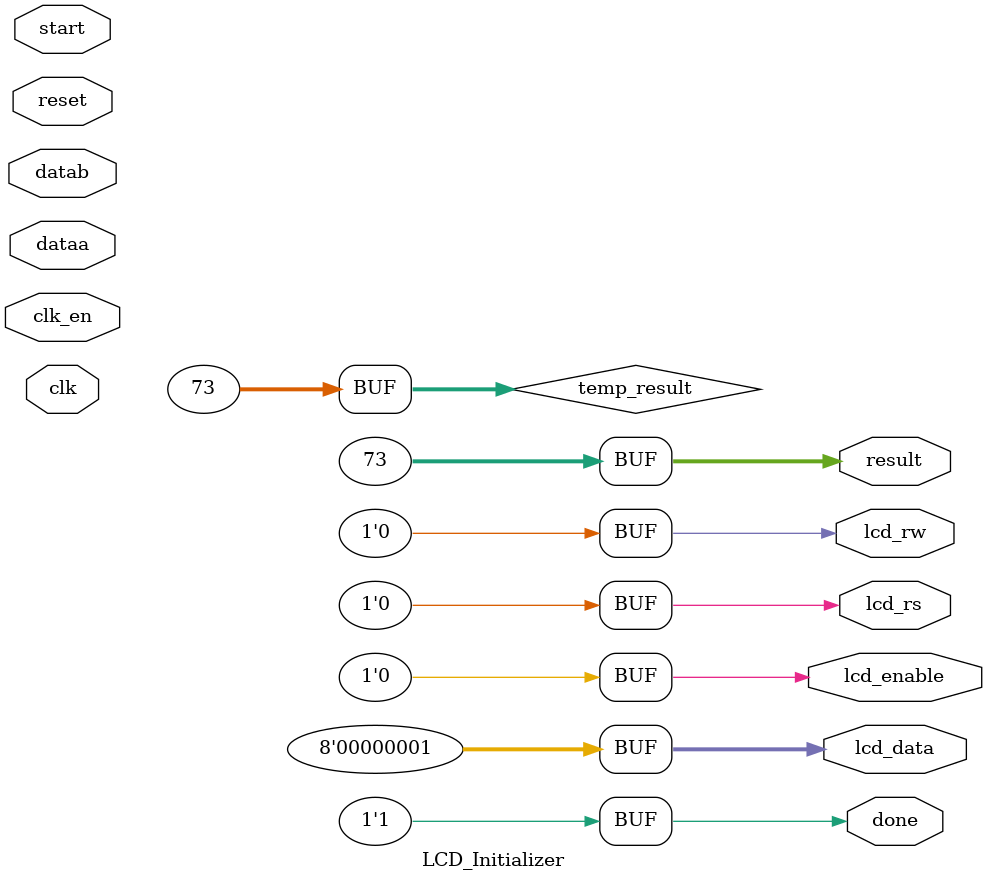
<source format=v>
`timescale 1ms/1000 us
module LCD_Initializer (
	dataa,
	datab,
	result,
	clk,
	clk_en,
	start,
	reset,
	done,
	lcd_enable,
	lcd_rs,
	lcd_rw,
	lcd_data
);

input [31:0] dataa;
input [31:0] datab;
input clk;
input clk_en;
input start;
input reset;
output [31:0] result;
output reg done;

output reg lcd_rs;
output reg lcd_rw;
output reg [7:0] lcd_data;
output reg lcd_enable;

reg [1:0] executed;
reg [31:0] temp_result;
initial begin
	lcd_rs <= 1'b0;
	lcd_rw <= 1'b0;
	//Return Home: Set DDRAM address to 8'h00
	lcd_enable <= 1'b1;
	lcd_data <= 8'h02;
	lcd_enable <= 1'b0;
	#0.01;
	//Send Function Set
	lcd_enable <= 1'b1;
	lcd_data <= 8'h38;
	lcd_enable <= 1'b0;
	#0.0039;
	//Send Display On/Off Control
	lcd_enable <= 1'b1;
	lcd_data <= 8'h0C;
	lcd_enable <= 1'b0;
	#0.0039;
	//Send entry mode set
	lcd_enable <= 1'b1;
	lcd_data <= 8'h06;
	lcd_enable <= 1'b0;
	#0.0039;
	//Send display clear
	lcd_enable <= 1'b1;
	lcd_data <= 8'h01;
	lcd_enable <= 1'b0;
	#1.64;
	done <= 1'b1;
	temp_result <= 8'b01001001;
end

assign result = temp_result;
/*initial begin
	if (executed == 2'b00) begin
		lcd_data <= 8'b00001110;
		executed <= 2'b01;
	end
	else if(executed == 2'b01) begin
		lcd_data <= 8'b00010000;
		executed <= 2'b10;
	end
	else begin done <= 1'b1; end
end*/
endmodule

</source>
